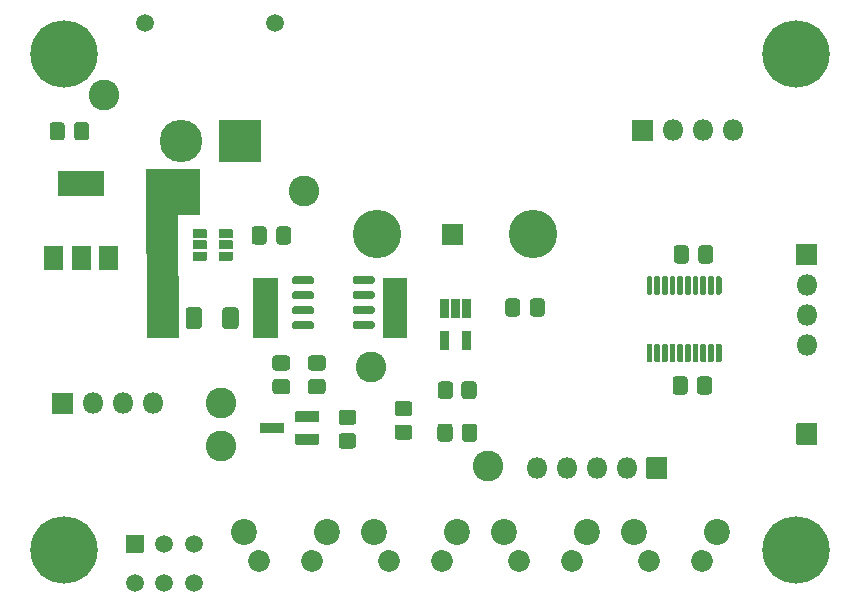
<source format=gts>
G04 #@! TF.GenerationSoftware,KiCad,Pcbnew,5.1.10*
G04 #@! TF.CreationDate,2021-08-08T14:06:15+01:00*
G04 #@! TF.ProjectId,JBC controller,4a424320-636f-46e7-9472-6f6c6c65722e,rev?*
G04 #@! TF.SameCoordinates,Original*
G04 #@! TF.FileFunction,Soldermask,Top*
G04 #@! TF.FilePolarity,Negative*
%FSLAX46Y46*%
G04 Gerber Fmt 4.6, Leading zero omitted, Abs format (unit mm)*
G04 Created by KiCad (PCBNEW 5.1.10) date 2021-08-08 14:06:15*
%MOMM*%
%LPD*%
G01*
G04 APERTURE LIST*
%ADD10C,0.100000*%
%ADD11C,2.600000*%
%ADD12C,1.500000*%
%ADD13O,1.800000X1.800000*%
%ADD14C,5.700000*%
%ADD15C,2.200000*%
%ADD16C,1.850000*%
%ADD17C,4.100000*%
%ADD18C,3.600000*%
G04 APERTURE END LIST*
D10*
G36*
X116000000Y-102000000D02*
G01*
X114000000Y-102000000D01*
X114000000Y-97000000D01*
X116000000Y-97000000D01*
X116000000Y-102000000D01*
G37*
X116000000Y-102000000D02*
X114000000Y-102000000D01*
X114000000Y-97000000D01*
X116000000Y-97000000D01*
X116000000Y-102000000D01*
G36*
X105000000Y-102000000D02*
G01*
X103000000Y-102000000D01*
X103000000Y-97000000D01*
X105000000Y-97000000D01*
X105000000Y-102000000D01*
G37*
X105000000Y-102000000D02*
X103000000Y-102000000D01*
X103000000Y-97000000D01*
X105000000Y-97000000D01*
X105000000Y-102000000D01*
G36*
X98400000Y-91600000D02*
G01*
X96588380Y-91600040D01*
X96625000Y-102000000D01*
X94000000Y-102000000D01*
X93950000Y-87800000D01*
X98400000Y-87800000D01*
X98400000Y-91600000D01*
G37*
X98400000Y-91600000D02*
X96588380Y-91600040D01*
X96625000Y-102000000D01*
X94000000Y-102000000D01*
X93950000Y-87800000D01*
X98400000Y-87800000D01*
X98400000Y-91600000D01*
D11*
X122900000Y-112900000D03*
X107300000Y-89600000D03*
X113000000Y-104500000D03*
X100300000Y-111200000D03*
X90400000Y-81500000D03*
X100300000Y-107600000D03*
D12*
X98000000Y-122800000D03*
X95500000Y-122800000D03*
X93000000Y-122800000D03*
X98000000Y-119500000D03*
X95500000Y-119500000D03*
G36*
G01*
X92250000Y-120200000D02*
X92250000Y-118800000D01*
G75*
G02*
X92300000Y-118750000I50000J0D01*
G01*
X93700000Y-118750000D01*
G75*
G02*
X93750000Y-118800000I0J-50000D01*
G01*
X93750000Y-120200000D01*
G75*
G02*
X93700000Y-120250000I-50000J0D01*
G01*
X92300000Y-120250000D01*
G75*
G02*
X92250000Y-120200000I0J50000D01*
G01*
G37*
G36*
G01*
X107920832Y-103550000D02*
X108879168Y-103550000D01*
G75*
G02*
X109150000Y-103820832I0J-270832D01*
G01*
X109150000Y-104579168D01*
G75*
G02*
X108879168Y-104850000I-270832J0D01*
G01*
X107920832Y-104850000D01*
G75*
G02*
X107650000Y-104579168I0J270832D01*
G01*
X107650000Y-103820832D01*
G75*
G02*
X107920832Y-103550000I270832J0D01*
G01*
G37*
G36*
G01*
X107920832Y-105550000D02*
X108879168Y-105550000D01*
G75*
G02*
X109150000Y-105820832I0J-270832D01*
G01*
X109150000Y-106579168D01*
G75*
G02*
X108879168Y-106850000I-270832J0D01*
G01*
X107920832Y-106850000D01*
G75*
G02*
X107650000Y-106579168I0J270832D01*
G01*
X107650000Y-105820832D01*
G75*
G02*
X107920832Y-105550000I270832J0D01*
G01*
G37*
G36*
G01*
X87750000Y-108500000D02*
X86050000Y-108500000D01*
G75*
G02*
X86000000Y-108450000I0J50000D01*
G01*
X86000000Y-106750000D01*
G75*
G02*
X86050000Y-106700000I50000J0D01*
G01*
X87750000Y-106700000D01*
G75*
G02*
X87800000Y-106750000I0J-50000D01*
G01*
X87800000Y-108450000D01*
G75*
G02*
X87750000Y-108500000I-50000J0D01*
G01*
G37*
D13*
X89440000Y-107600000D03*
X91980000Y-107600000D03*
X94520000Y-107600000D03*
D14*
X87000000Y-78000000D03*
X149000000Y-78000000D03*
X149000000Y-120000000D03*
X87000000Y-120000000D03*
G36*
G01*
X136700000Y-104150000D02*
X136450000Y-104150000D01*
G75*
G02*
X136325000Y-104025000I0J125000D01*
G01*
X136325000Y-102700000D01*
G75*
G02*
X136450000Y-102575000I125000J0D01*
G01*
X136700000Y-102575000D01*
G75*
G02*
X136825000Y-102700000I0J-125000D01*
G01*
X136825000Y-104025000D01*
G75*
G02*
X136700000Y-104150000I-125000J0D01*
G01*
G37*
G36*
G01*
X137350000Y-104150000D02*
X137100000Y-104150000D01*
G75*
G02*
X136975000Y-104025000I0J125000D01*
G01*
X136975000Y-102700000D01*
G75*
G02*
X137100000Y-102575000I125000J0D01*
G01*
X137350000Y-102575000D01*
G75*
G02*
X137475000Y-102700000I0J-125000D01*
G01*
X137475000Y-104025000D01*
G75*
G02*
X137350000Y-104150000I-125000J0D01*
G01*
G37*
G36*
G01*
X138000000Y-104150000D02*
X137750000Y-104150000D01*
G75*
G02*
X137625000Y-104025000I0J125000D01*
G01*
X137625000Y-102700000D01*
G75*
G02*
X137750000Y-102575000I125000J0D01*
G01*
X138000000Y-102575000D01*
G75*
G02*
X138125000Y-102700000I0J-125000D01*
G01*
X138125000Y-104025000D01*
G75*
G02*
X138000000Y-104150000I-125000J0D01*
G01*
G37*
G36*
G01*
X138650000Y-104150000D02*
X138400000Y-104150000D01*
G75*
G02*
X138275000Y-104025000I0J125000D01*
G01*
X138275000Y-102700000D01*
G75*
G02*
X138400000Y-102575000I125000J0D01*
G01*
X138650000Y-102575000D01*
G75*
G02*
X138775000Y-102700000I0J-125000D01*
G01*
X138775000Y-104025000D01*
G75*
G02*
X138650000Y-104150000I-125000J0D01*
G01*
G37*
G36*
G01*
X139300000Y-104150000D02*
X139050000Y-104150000D01*
G75*
G02*
X138925000Y-104025000I0J125000D01*
G01*
X138925000Y-102700000D01*
G75*
G02*
X139050000Y-102575000I125000J0D01*
G01*
X139300000Y-102575000D01*
G75*
G02*
X139425000Y-102700000I0J-125000D01*
G01*
X139425000Y-104025000D01*
G75*
G02*
X139300000Y-104150000I-125000J0D01*
G01*
G37*
G36*
G01*
X139950000Y-104150000D02*
X139700000Y-104150000D01*
G75*
G02*
X139575000Y-104025000I0J125000D01*
G01*
X139575000Y-102700000D01*
G75*
G02*
X139700000Y-102575000I125000J0D01*
G01*
X139950000Y-102575000D01*
G75*
G02*
X140075000Y-102700000I0J-125000D01*
G01*
X140075000Y-104025000D01*
G75*
G02*
X139950000Y-104150000I-125000J0D01*
G01*
G37*
G36*
G01*
X140600000Y-104150000D02*
X140350000Y-104150000D01*
G75*
G02*
X140225000Y-104025000I0J125000D01*
G01*
X140225000Y-102700000D01*
G75*
G02*
X140350000Y-102575000I125000J0D01*
G01*
X140600000Y-102575000D01*
G75*
G02*
X140725000Y-102700000I0J-125000D01*
G01*
X140725000Y-104025000D01*
G75*
G02*
X140600000Y-104150000I-125000J0D01*
G01*
G37*
G36*
G01*
X141250000Y-104150000D02*
X141000000Y-104150000D01*
G75*
G02*
X140875000Y-104025000I0J125000D01*
G01*
X140875000Y-102700000D01*
G75*
G02*
X141000000Y-102575000I125000J0D01*
G01*
X141250000Y-102575000D01*
G75*
G02*
X141375000Y-102700000I0J-125000D01*
G01*
X141375000Y-104025000D01*
G75*
G02*
X141250000Y-104150000I-125000J0D01*
G01*
G37*
G36*
G01*
X141900000Y-104150000D02*
X141650000Y-104150000D01*
G75*
G02*
X141525000Y-104025000I0J125000D01*
G01*
X141525000Y-102700000D01*
G75*
G02*
X141650000Y-102575000I125000J0D01*
G01*
X141900000Y-102575000D01*
G75*
G02*
X142025000Y-102700000I0J-125000D01*
G01*
X142025000Y-104025000D01*
G75*
G02*
X141900000Y-104150000I-125000J0D01*
G01*
G37*
G36*
G01*
X142550000Y-104150000D02*
X142300000Y-104150000D01*
G75*
G02*
X142175000Y-104025000I0J125000D01*
G01*
X142175000Y-102700000D01*
G75*
G02*
X142300000Y-102575000I125000J0D01*
G01*
X142550000Y-102575000D01*
G75*
G02*
X142675000Y-102700000I0J-125000D01*
G01*
X142675000Y-104025000D01*
G75*
G02*
X142550000Y-104150000I-125000J0D01*
G01*
G37*
G36*
G01*
X142550000Y-98425000D02*
X142300000Y-98425000D01*
G75*
G02*
X142175000Y-98300000I0J125000D01*
G01*
X142175000Y-96975000D01*
G75*
G02*
X142300000Y-96850000I125000J0D01*
G01*
X142550000Y-96850000D01*
G75*
G02*
X142675000Y-96975000I0J-125000D01*
G01*
X142675000Y-98300000D01*
G75*
G02*
X142550000Y-98425000I-125000J0D01*
G01*
G37*
G36*
G01*
X141900000Y-98425000D02*
X141650000Y-98425000D01*
G75*
G02*
X141525000Y-98300000I0J125000D01*
G01*
X141525000Y-96975000D01*
G75*
G02*
X141650000Y-96850000I125000J0D01*
G01*
X141900000Y-96850000D01*
G75*
G02*
X142025000Y-96975000I0J-125000D01*
G01*
X142025000Y-98300000D01*
G75*
G02*
X141900000Y-98425000I-125000J0D01*
G01*
G37*
G36*
G01*
X141250000Y-98425000D02*
X141000000Y-98425000D01*
G75*
G02*
X140875000Y-98300000I0J125000D01*
G01*
X140875000Y-96975000D01*
G75*
G02*
X141000000Y-96850000I125000J0D01*
G01*
X141250000Y-96850000D01*
G75*
G02*
X141375000Y-96975000I0J-125000D01*
G01*
X141375000Y-98300000D01*
G75*
G02*
X141250000Y-98425000I-125000J0D01*
G01*
G37*
G36*
G01*
X140600000Y-98425000D02*
X140350000Y-98425000D01*
G75*
G02*
X140225000Y-98300000I0J125000D01*
G01*
X140225000Y-96975000D01*
G75*
G02*
X140350000Y-96850000I125000J0D01*
G01*
X140600000Y-96850000D01*
G75*
G02*
X140725000Y-96975000I0J-125000D01*
G01*
X140725000Y-98300000D01*
G75*
G02*
X140600000Y-98425000I-125000J0D01*
G01*
G37*
G36*
G01*
X139950000Y-98425000D02*
X139700000Y-98425000D01*
G75*
G02*
X139575000Y-98300000I0J125000D01*
G01*
X139575000Y-96975000D01*
G75*
G02*
X139700000Y-96850000I125000J0D01*
G01*
X139950000Y-96850000D01*
G75*
G02*
X140075000Y-96975000I0J-125000D01*
G01*
X140075000Y-98300000D01*
G75*
G02*
X139950000Y-98425000I-125000J0D01*
G01*
G37*
G36*
G01*
X139300000Y-98425000D02*
X139050000Y-98425000D01*
G75*
G02*
X138925000Y-98300000I0J125000D01*
G01*
X138925000Y-96975000D01*
G75*
G02*
X139050000Y-96850000I125000J0D01*
G01*
X139300000Y-96850000D01*
G75*
G02*
X139425000Y-96975000I0J-125000D01*
G01*
X139425000Y-98300000D01*
G75*
G02*
X139300000Y-98425000I-125000J0D01*
G01*
G37*
G36*
G01*
X138650000Y-98425000D02*
X138400000Y-98425000D01*
G75*
G02*
X138275000Y-98300000I0J125000D01*
G01*
X138275000Y-96975000D01*
G75*
G02*
X138400000Y-96850000I125000J0D01*
G01*
X138650000Y-96850000D01*
G75*
G02*
X138775000Y-96975000I0J-125000D01*
G01*
X138775000Y-98300000D01*
G75*
G02*
X138650000Y-98425000I-125000J0D01*
G01*
G37*
G36*
G01*
X138000000Y-98425000D02*
X137750000Y-98425000D01*
G75*
G02*
X137625000Y-98300000I0J125000D01*
G01*
X137625000Y-96975000D01*
G75*
G02*
X137750000Y-96850000I125000J0D01*
G01*
X138000000Y-96850000D01*
G75*
G02*
X138125000Y-96975000I0J-125000D01*
G01*
X138125000Y-98300000D01*
G75*
G02*
X138000000Y-98425000I-125000J0D01*
G01*
G37*
G36*
G01*
X137350000Y-98425000D02*
X137100000Y-98425000D01*
G75*
G02*
X136975000Y-98300000I0J125000D01*
G01*
X136975000Y-96975000D01*
G75*
G02*
X137100000Y-96850000I125000J0D01*
G01*
X137350000Y-96850000D01*
G75*
G02*
X137475000Y-96975000I0J-125000D01*
G01*
X137475000Y-98300000D01*
G75*
G02*
X137350000Y-98425000I-125000J0D01*
G01*
G37*
G36*
G01*
X136700000Y-98425000D02*
X136450000Y-98425000D01*
G75*
G02*
X136325000Y-98300000I0J125000D01*
G01*
X136325000Y-96975000D01*
G75*
G02*
X136450000Y-96850000I125000J0D01*
G01*
X136700000Y-96850000D01*
G75*
G02*
X136825000Y-96975000I0J-125000D01*
G01*
X136825000Y-98300000D01*
G75*
G02*
X136700000Y-98425000I-125000J0D01*
G01*
G37*
D15*
X120250000Y-118510000D03*
D16*
X119000000Y-121000000D03*
X114500000Y-121000000D03*
D15*
X113240000Y-118510000D03*
G36*
G01*
X111450000Y-97370000D02*
X111450000Y-97020000D01*
G75*
G02*
X111625000Y-96845000I175000J0D01*
G01*
X113125000Y-96845000D01*
G75*
G02*
X113300000Y-97020000I0J-175000D01*
G01*
X113300000Y-97370000D01*
G75*
G02*
X113125000Y-97545000I-175000J0D01*
G01*
X111625000Y-97545000D01*
G75*
G02*
X111450000Y-97370000I0J175000D01*
G01*
G37*
G36*
G01*
X111450000Y-98640000D02*
X111450000Y-98290000D01*
G75*
G02*
X111625000Y-98115000I175000J0D01*
G01*
X113125000Y-98115000D01*
G75*
G02*
X113300000Y-98290000I0J-175000D01*
G01*
X113300000Y-98640000D01*
G75*
G02*
X113125000Y-98815000I-175000J0D01*
G01*
X111625000Y-98815000D01*
G75*
G02*
X111450000Y-98640000I0J175000D01*
G01*
G37*
G36*
G01*
X111450000Y-99910000D02*
X111450000Y-99560000D01*
G75*
G02*
X111625000Y-99385000I175000J0D01*
G01*
X113125000Y-99385000D01*
G75*
G02*
X113300000Y-99560000I0J-175000D01*
G01*
X113300000Y-99910000D01*
G75*
G02*
X113125000Y-100085000I-175000J0D01*
G01*
X111625000Y-100085000D01*
G75*
G02*
X111450000Y-99910000I0J175000D01*
G01*
G37*
G36*
G01*
X111450000Y-101180000D02*
X111450000Y-100830000D01*
G75*
G02*
X111625000Y-100655000I175000J0D01*
G01*
X113125000Y-100655000D01*
G75*
G02*
X113300000Y-100830000I0J-175000D01*
G01*
X113300000Y-101180000D01*
G75*
G02*
X113125000Y-101355000I-175000J0D01*
G01*
X111625000Y-101355000D01*
G75*
G02*
X111450000Y-101180000I0J175000D01*
G01*
G37*
G36*
G01*
X106300000Y-101180000D02*
X106300000Y-100830000D01*
G75*
G02*
X106475000Y-100655000I175000J0D01*
G01*
X107975000Y-100655000D01*
G75*
G02*
X108150000Y-100830000I0J-175000D01*
G01*
X108150000Y-101180000D01*
G75*
G02*
X107975000Y-101355000I-175000J0D01*
G01*
X106475000Y-101355000D01*
G75*
G02*
X106300000Y-101180000I0J175000D01*
G01*
G37*
G36*
G01*
X106300000Y-99910000D02*
X106300000Y-99560000D01*
G75*
G02*
X106475000Y-99385000I175000J0D01*
G01*
X107975000Y-99385000D01*
G75*
G02*
X108150000Y-99560000I0J-175000D01*
G01*
X108150000Y-99910000D01*
G75*
G02*
X107975000Y-100085000I-175000J0D01*
G01*
X106475000Y-100085000D01*
G75*
G02*
X106300000Y-99910000I0J175000D01*
G01*
G37*
G36*
G01*
X106300000Y-98640000D02*
X106300000Y-98290000D01*
G75*
G02*
X106475000Y-98115000I175000J0D01*
G01*
X107975000Y-98115000D01*
G75*
G02*
X108150000Y-98290000I0J-175000D01*
G01*
X108150000Y-98640000D01*
G75*
G02*
X107975000Y-98815000I-175000J0D01*
G01*
X106475000Y-98815000D01*
G75*
G02*
X106300000Y-98640000I0J175000D01*
G01*
G37*
G36*
G01*
X106300000Y-97370000D02*
X106300000Y-97020000D01*
G75*
G02*
X106475000Y-96845000I175000J0D01*
G01*
X107975000Y-96845000D01*
G75*
G02*
X108150000Y-97020000I0J-175000D01*
G01*
X108150000Y-97370000D01*
G75*
G02*
X107975000Y-97545000I-175000J0D01*
G01*
X106475000Y-97545000D01*
G75*
G02*
X106300000Y-97370000I0J175000D01*
G01*
G37*
X142250000Y-118510000D03*
D16*
X141000000Y-121000000D03*
X136500000Y-121000000D03*
D15*
X135240000Y-118510000D03*
X131250000Y-118510000D03*
D16*
X130000000Y-121000000D03*
X125500000Y-121000000D03*
D15*
X124240000Y-118510000D03*
X109250000Y-118510000D03*
D16*
X108000000Y-121000000D03*
X103500000Y-121000000D03*
D15*
X102240000Y-118510000D03*
G36*
G01*
X89137500Y-84076276D02*
X89137500Y-85083724D01*
G75*
G02*
X88866224Y-85355000I-271276J0D01*
G01*
X88133776Y-85355000D01*
G75*
G02*
X87862500Y-85083724I0J271276D01*
G01*
X87862500Y-84076276D01*
G75*
G02*
X88133776Y-83805000I271276J0D01*
G01*
X88866224Y-83805000D01*
G75*
G02*
X89137500Y-84076276I0J-271276D01*
G01*
G37*
G36*
G01*
X87062500Y-84076276D02*
X87062500Y-85083724D01*
G75*
G02*
X86791224Y-85355000I-271276J0D01*
G01*
X86058776Y-85355000D01*
G75*
G02*
X85787500Y-85083724I0J271276D01*
G01*
X85787500Y-84076276D01*
G75*
G02*
X86058776Y-83805000I271276J0D01*
G01*
X86791224Y-83805000D01*
G75*
G02*
X87062500Y-84076276I0J-271276D01*
G01*
G37*
G36*
G01*
X140600000Y-106603724D02*
X140600000Y-105596276D01*
G75*
G02*
X140871276Y-105325000I271276J0D01*
G01*
X141603724Y-105325000D01*
G75*
G02*
X141875000Y-105596276I0J-271276D01*
G01*
X141875000Y-106603724D01*
G75*
G02*
X141603724Y-106875000I-271276J0D01*
G01*
X140871276Y-106875000D01*
G75*
G02*
X140600000Y-106603724I0J271276D01*
G01*
G37*
G36*
G01*
X138525000Y-106603724D02*
X138525000Y-105596276D01*
G75*
G02*
X138796276Y-105325000I271276J0D01*
G01*
X139528724Y-105325000D01*
G75*
G02*
X139800000Y-105596276I0J-271276D01*
G01*
X139800000Y-106603724D01*
G75*
G02*
X139528724Y-106875000I-271276J0D01*
G01*
X138796276Y-106875000D01*
G75*
G02*
X138525000Y-106603724I0J271276D01*
G01*
G37*
G36*
G01*
X139900000Y-94496276D02*
X139900000Y-95503724D01*
G75*
G02*
X139628724Y-95775000I-271276J0D01*
G01*
X138896276Y-95775000D01*
G75*
G02*
X138625000Y-95503724I0J271276D01*
G01*
X138625000Y-94496276D01*
G75*
G02*
X138896276Y-94225000I271276J0D01*
G01*
X139628724Y-94225000D01*
G75*
G02*
X139900000Y-94496276I0J-271276D01*
G01*
G37*
G36*
G01*
X141975000Y-94496276D02*
X141975000Y-95503724D01*
G75*
G02*
X141703724Y-95775000I-271276J0D01*
G01*
X140971276Y-95775000D01*
G75*
G02*
X140700000Y-95503724I0J271276D01*
G01*
X140700000Y-94496276D01*
G75*
G02*
X140971276Y-94225000I271276J0D01*
G01*
X141703724Y-94225000D01*
G75*
G02*
X141975000Y-94496276I0J-271276D01*
G01*
G37*
G36*
G01*
X104162500Y-92896276D02*
X104162500Y-93903724D01*
G75*
G02*
X103891224Y-94175000I-271276J0D01*
G01*
X103158776Y-94175000D01*
G75*
G02*
X102887500Y-93903724I0J271276D01*
G01*
X102887500Y-92896276D01*
G75*
G02*
X103158776Y-92625000I271276J0D01*
G01*
X103891224Y-92625000D01*
G75*
G02*
X104162500Y-92896276I0J-271276D01*
G01*
G37*
G36*
G01*
X106237500Y-92896276D02*
X106237500Y-93903724D01*
G75*
G02*
X105966224Y-94175000I-271276J0D01*
G01*
X105233776Y-94175000D01*
G75*
G02*
X104962500Y-93903724I0J271276D01*
G01*
X104962500Y-92896276D01*
G75*
G02*
X105233776Y-92625000I271276J0D01*
G01*
X105966224Y-92625000D01*
G75*
G02*
X106237500Y-92896276I0J-271276D01*
G01*
G37*
G36*
G01*
X121975000Y-109596276D02*
X121975000Y-110603724D01*
G75*
G02*
X121703724Y-110875000I-271276J0D01*
G01*
X120971276Y-110875000D01*
G75*
G02*
X120700000Y-110603724I0J271276D01*
G01*
X120700000Y-109596276D01*
G75*
G02*
X120971276Y-109325000I271276J0D01*
G01*
X121703724Y-109325000D01*
G75*
G02*
X121975000Y-109596276I0J-271276D01*
G01*
G37*
G36*
G01*
X119900000Y-109596276D02*
X119900000Y-110603724D01*
G75*
G02*
X119628724Y-110875000I-271276J0D01*
G01*
X118896276Y-110875000D01*
G75*
G02*
X118625000Y-110603724I0J271276D01*
G01*
X118625000Y-109596276D01*
G75*
G02*
X118896276Y-109325000I271276J0D01*
G01*
X119628724Y-109325000D01*
G75*
G02*
X119900000Y-109596276I0J-271276D01*
G01*
G37*
G36*
G01*
X127712500Y-98996276D02*
X127712500Y-100003724D01*
G75*
G02*
X127441224Y-100275000I-271276J0D01*
G01*
X126708776Y-100275000D01*
G75*
G02*
X126437500Y-100003724I0J271276D01*
G01*
X126437500Y-98996276D01*
G75*
G02*
X126708776Y-98725000I271276J0D01*
G01*
X127441224Y-98725000D01*
G75*
G02*
X127712500Y-98996276I0J-271276D01*
G01*
G37*
G36*
G01*
X125637500Y-98996276D02*
X125637500Y-100003724D01*
G75*
G02*
X125366224Y-100275000I-271276J0D01*
G01*
X124633776Y-100275000D01*
G75*
G02*
X124362500Y-100003724I0J271276D01*
G01*
X124362500Y-98996276D01*
G75*
G02*
X124633776Y-98725000I271276J0D01*
G01*
X125366224Y-98725000D01*
G75*
G02*
X125637500Y-98996276I0J-271276D01*
G01*
G37*
G36*
G01*
X136850000Y-85400000D02*
X135150000Y-85400000D01*
G75*
G02*
X135100000Y-85350000I0J50000D01*
G01*
X135100000Y-83650000D01*
G75*
G02*
X135150000Y-83600000I50000J0D01*
G01*
X136850000Y-83600000D01*
G75*
G02*
X136900000Y-83650000I0J-50000D01*
G01*
X136900000Y-85350000D01*
G75*
G02*
X136850000Y-85400000I-50000J0D01*
G01*
G37*
D13*
X138540000Y-84500000D03*
X141080000Y-84500000D03*
X143620000Y-84500000D03*
X149900000Y-102640000D03*
X149900000Y-100100000D03*
X149900000Y-97560000D03*
G36*
G01*
X149000000Y-95870000D02*
X149000000Y-94170000D01*
G75*
G02*
X149050000Y-94120000I50000J0D01*
G01*
X150750000Y-94120000D01*
G75*
G02*
X150800000Y-94170000I0J-50000D01*
G01*
X150800000Y-95870000D01*
G75*
G02*
X150750000Y-95920000I-50000J0D01*
G01*
X149050000Y-95920000D01*
G75*
G02*
X149000000Y-95870000I0J50000D01*
G01*
G37*
G36*
G01*
X111479168Y-109450000D02*
X110520832Y-109450000D01*
G75*
G02*
X110250000Y-109179168I0J270832D01*
G01*
X110250000Y-108420832D01*
G75*
G02*
X110520832Y-108150000I270832J0D01*
G01*
X111479168Y-108150000D01*
G75*
G02*
X111750000Y-108420832I0J-270832D01*
G01*
X111750000Y-109179168D01*
G75*
G02*
X111479168Y-109450000I-270832J0D01*
G01*
G37*
G36*
G01*
X111479168Y-111450000D02*
X110520832Y-111450000D01*
G75*
G02*
X110250000Y-111179168I0J270832D01*
G01*
X110250000Y-110420832D01*
G75*
G02*
X110520832Y-110150000I270832J0D01*
G01*
X111479168Y-110150000D01*
G75*
G02*
X111750000Y-110420832I0J-270832D01*
G01*
X111750000Y-111179168D01*
G75*
G02*
X111479168Y-111450000I-270832J0D01*
G01*
G37*
G36*
G01*
X105879168Y-104850000D02*
X104920832Y-104850000D01*
G75*
G02*
X104650000Y-104579168I0J270832D01*
G01*
X104650000Y-103820832D01*
G75*
G02*
X104920832Y-103550000I270832J0D01*
G01*
X105879168Y-103550000D01*
G75*
G02*
X106150000Y-103820832I0J-270832D01*
G01*
X106150000Y-104579168D01*
G75*
G02*
X105879168Y-104850000I-270832J0D01*
G01*
G37*
G36*
G01*
X105879168Y-106850000D02*
X104920832Y-106850000D01*
G75*
G02*
X104650000Y-106579168I0J270832D01*
G01*
X104650000Y-105820832D01*
G75*
G02*
X104920832Y-105550000I270832J0D01*
G01*
X105879168Y-105550000D01*
G75*
G02*
X106150000Y-105820832I0J-270832D01*
G01*
X106150000Y-106579168D01*
G75*
G02*
X105879168Y-106850000I-270832J0D01*
G01*
G37*
G36*
G01*
X115260832Y-109410000D02*
X116219168Y-109410000D01*
G75*
G02*
X116490000Y-109680832I0J-270832D01*
G01*
X116490000Y-110439168D01*
G75*
G02*
X116219168Y-110710000I-270832J0D01*
G01*
X115260832Y-110710000D01*
G75*
G02*
X114990000Y-110439168I0J270832D01*
G01*
X114990000Y-109680832D01*
G75*
G02*
X115260832Y-109410000I270832J0D01*
G01*
G37*
G36*
G01*
X115260832Y-107410000D02*
X116219168Y-107410000D01*
G75*
G02*
X116490000Y-107680832I0J-270832D01*
G01*
X116490000Y-108439168D01*
G75*
G02*
X116219168Y-108710000I-270832J0D01*
G01*
X115260832Y-108710000D01*
G75*
G02*
X114990000Y-108439168I0J270832D01*
G01*
X114990000Y-107680832D01*
G75*
G02*
X115260832Y-107410000I270832J0D01*
G01*
G37*
G36*
G01*
X121950000Y-106020832D02*
X121950000Y-106979168D01*
G75*
G02*
X121679168Y-107250000I-270832J0D01*
G01*
X120920832Y-107250000D01*
G75*
G02*
X120650000Y-106979168I0J270832D01*
G01*
X120650000Y-106020832D01*
G75*
G02*
X120920832Y-105750000I270832J0D01*
G01*
X121679168Y-105750000D01*
G75*
G02*
X121950000Y-106020832I0J-270832D01*
G01*
G37*
G36*
G01*
X119950000Y-106020832D02*
X119950000Y-106979168D01*
G75*
G02*
X119679168Y-107250000I-270832J0D01*
G01*
X118920832Y-107250000D01*
G75*
G02*
X118650000Y-106979168I0J270832D01*
G01*
X118650000Y-106020832D01*
G75*
G02*
X118920832Y-105750000I270832J0D01*
G01*
X119679168Y-105750000D01*
G75*
G02*
X119950000Y-106020832I0J-270832D01*
G01*
G37*
D17*
X126700000Y-93300000D03*
X113500000Y-93300000D03*
G36*
G01*
X90350000Y-90060000D02*
X86550000Y-90060000D01*
G75*
G02*
X86500000Y-90010000I0J50000D01*
G01*
X86500000Y-88010000D01*
G75*
G02*
X86550000Y-87960000I50000J0D01*
G01*
X90350000Y-87960000D01*
G75*
G02*
X90400000Y-88010000I0J-50000D01*
G01*
X90400000Y-90010000D01*
G75*
G02*
X90350000Y-90060000I-50000J0D01*
G01*
G37*
G36*
G01*
X89200000Y-96360000D02*
X87700000Y-96360000D01*
G75*
G02*
X87650000Y-96310000I0J50000D01*
G01*
X87650000Y-94310000D01*
G75*
G02*
X87700000Y-94260000I50000J0D01*
G01*
X89200000Y-94260000D01*
G75*
G02*
X89250000Y-94310000I0J-50000D01*
G01*
X89250000Y-96310000D01*
G75*
G02*
X89200000Y-96360000I-50000J0D01*
G01*
G37*
G36*
G01*
X91500000Y-96360000D02*
X90000000Y-96360000D01*
G75*
G02*
X89950000Y-96310000I0J50000D01*
G01*
X89950000Y-94310000D01*
G75*
G02*
X90000000Y-94260000I50000J0D01*
G01*
X91500000Y-94260000D01*
G75*
G02*
X91550000Y-94310000I0J-50000D01*
G01*
X91550000Y-96310000D01*
G75*
G02*
X91500000Y-96360000I-50000J0D01*
G01*
G37*
G36*
G01*
X86900000Y-96360000D02*
X85400000Y-96360000D01*
G75*
G02*
X85350000Y-96310000I0J50000D01*
G01*
X85350000Y-94310000D01*
G75*
G02*
X85400000Y-94260000I50000J0D01*
G01*
X86900000Y-94260000D01*
G75*
G02*
X86950000Y-94310000I0J-50000D01*
G01*
X86950000Y-96310000D01*
G75*
G02*
X86900000Y-96360000I-50000J0D01*
G01*
G37*
G36*
G01*
X97920000Y-93575000D02*
X97920000Y-92925000D01*
G75*
G02*
X97970000Y-92875000I50000J0D01*
G01*
X99030000Y-92875000D01*
G75*
G02*
X99080000Y-92925000I0J-50000D01*
G01*
X99080000Y-93575000D01*
G75*
G02*
X99030000Y-93625000I-50000J0D01*
G01*
X97970000Y-93625000D01*
G75*
G02*
X97920000Y-93575000I0J50000D01*
G01*
G37*
G36*
G01*
X97920000Y-94525000D02*
X97920000Y-93875000D01*
G75*
G02*
X97970000Y-93825000I50000J0D01*
G01*
X99030000Y-93825000D01*
G75*
G02*
X99080000Y-93875000I0J-50000D01*
G01*
X99080000Y-94525000D01*
G75*
G02*
X99030000Y-94575000I-50000J0D01*
G01*
X97970000Y-94575000D01*
G75*
G02*
X97920000Y-94525000I0J50000D01*
G01*
G37*
G36*
G01*
X97920000Y-95475000D02*
X97920000Y-94825000D01*
G75*
G02*
X97970000Y-94775000I50000J0D01*
G01*
X99030000Y-94775000D01*
G75*
G02*
X99080000Y-94825000I0J-50000D01*
G01*
X99080000Y-95475000D01*
G75*
G02*
X99030000Y-95525000I-50000J0D01*
G01*
X97970000Y-95525000D01*
G75*
G02*
X97920000Y-95475000I0J50000D01*
G01*
G37*
G36*
G01*
X100120000Y-95475000D02*
X100120000Y-94825000D01*
G75*
G02*
X100170000Y-94775000I50000J0D01*
G01*
X101230000Y-94775000D01*
G75*
G02*
X101280000Y-94825000I0J-50000D01*
G01*
X101280000Y-95475000D01*
G75*
G02*
X101230000Y-95525000I-50000J0D01*
G01*
X100170000Y-95525000D01*
G75*
G02*
X100120000Y-95475000I0J50000D01*
G01*
G37*
G36*
G01*
X100120000Y-93575000D02*
X100120000Y-92925000D01*
G75*
G02*
X100170000Y-92875000I50000J0D01*
G01*
X101230000Y-92875000D01*
G75*
G02*
X101280000Y-92925000I0J-50000D01*
G01*
X101280000Y-93575000D01*
G75*
G02*
X101230000Y-93625000I-50000J0D01*
G01*
X100170000Y-93625000D01*
G75*
G02*
X100120000Y-93575000I0J50000D01*
G01*
G37*
G36*
G01*
X100120000Y-94525000D02*
X100120000Y-93875000D01*
G75*
G02*
X100170000Y-93825000I50000J0D01*
G01*
X101230000Y-93825000D01*
G75*
G02*
X101280000Y-93875000I0J-50000D01*
G01*
X101280000Y-94525000D01*
G75*
G02*
X101230000Y-94575000I-50000J0D01*
G01*
X100170000Y-94575000D01*
G75*
G02*
X100120000Y-94525000I0J50000D01*
G01*
G37*
G36*
G01*
X120775000Y-98770000D02*
X121425000Y-98770000D01*
G75*
G02*
X121475000Y-98820000I0J-50000D01*
G01*
X121475000Y-100380000D01*
G75*
G02*
X121425000Y-100430000I-50000J0D01*
G01*
X120775000Y-100430000D01*
G75*
G02*
X120725000Y-100380000I0J50000D01*
G01*
X120725000Y-98820000D01*
G75*
G02*
X120775000Y-98770000I50000J0D01*
G01*
G37*
G36*
G01*
X119825000Y-98770000D02*
X120475000Y-98770000D01*
G75*
G02*
X120525000Y-98820000I0J-50000D01*
G01*
X120525000Y-100380000D01*
G75*
G02*
X120475000Y-100430000I-50000J0D01*
G01*
X119825000Y-100430000D01*
G75*
G02*
X119775000Y-100380000I0J50000D01*
G01*
X119775000Y-98820000D01*
G75*
G02*
X119825000Y-98770000I50000J0D01*
G01*
G37*
G36*
G01*
X118875000Y-98770000D02*
X119525000Y-98770000D01*
G75*
G02*
X119575000Y-98820000I0J-50000D01*
G01*
X119575000Y-100380000D01*
G75*
G02*
X119525000Y-100430000I-50000J0D01*
G01*
X118875000Y-100430000D01*
G75*
G02*
X118825000Y-100380000I0J50000D01*
G01*
X118825000Y-98820000D01*
G75*
G02*
X118875000Y-98770000I50000J0D01*
G01*
G37*
G36*
G01*
X118875000Y-101470000D02*
X119525000Y-101470000D01*
G75*
G02*
X119575000Y-101520000I0J-50000D01*
G01*
X119575000Y-103080000D01*
G75*
G02*
X119525000Y-103130000I-50000J0D01*
G01*
X118875000Y-103130000D01*
G75*
G02*
X118825000Y-103080000I0J50000D01*
G01*
X118825000Y-101520000D01*
G75*
G02*
X118875000Y-101470000I50000J0D01*
G01*
G37*
G36*
G01*
X120775000Y-101470000D02*
X121425000Y-101470000D01*
G75*
G02*
X121475000Y-101520000I0J-50000D01*
G01*
X121475000Y-103080000D01*
G75*
G02*
X121425000Y-103130000I-50000J0D01*
G01*
X120775000Y-103130000D01*
G75*
G02*
X120725000Y-103080000I0J50000D01*
G01*
X120725000Y-101520000D01*
G75*
G02*
X120775000Y-101470000I50000J0D01*
G01*
G37*
G36*
G01*
X97300000Y-101055770D02*
X97300000Y-99744230D01*
G75*
G02*
X97569230Y-99475000I269230J0D01*
G01*
X98430770Y-99475000D01*
G75*
G02*
X98700000Y-99744230I0J-269230D01*
G01*
X98700000Y-101055770D01*
G75*
G02*
X98430770Y-101325000I-269230J0D01*
G01*
X97569230Y-101325000D01*
G75*
G02*
X97300000Y-101055770I0J269230D01*
G01*
G37*
G36*
G01*
X100400000Y-101055770D02*
X100400000Y-99744230D01*
G75*
G02*
X100669230Y-99475000I269230J0D01*
G01*
X101530770Y-99475000D01*
G75*
G02*
X101800000Y-99744230I0J-269230D01*
G01*
X101800000Y-101055770D01*
G75*
G02*
X101530770Y-101325000I-269230J0D01*
G01*
X100669230Y-101325000D01*
G75*
G02*
X100400000Y-101055770I0J269230D01*
G01*
G37*
D12*
X104890000Y-75400000D03*
X93890000Y-75400000D03*
G36*
G01*
X100090000Y-87150000D02*
X100090000Y-83650000D01*
G75*
G02*
X100140000Y-83600000I50000J0D01*
G01*
X103640000Y-83600000D01*
G75*
G02*
X103690000Y-83650000I0J-50000D01*
G01*
X103690000Y-87150000D01*
G75*
G02*
X103640000Y-87200000I-50000J0D01*
G01*
X100140000Y-87200000D01*
G75*
G02*
X100090000Y-87150000I0J50000D01*
G01*
G37*
D18*
X96890000Y-85400000D03*
G36*
G01*
X119000000Y-94150000D02*
X119000000Y-92450000D01*
G75*
G02*
X119050000Y-92400000I50000J0D01*
G01*
X120750000Y-92400000D01*
G75*
G02*
X120800000Y-92450000I0J-50000D01*
G01*
X120800000Y-94150000D01*
G75*
G02*
X120750000Y-94200000I-50000J0D01*
G01*
X119050000Y-94200000D01*
G75*
G02*
X119000000Y-94150000I0J50000D01*
G01*
G37*
G36*
G01*
X136350000Y-112200000D02*
X138050000Y-112200000D01*
G75*
G02*
X138100000Y-112250000I0J-50000D01*
G01*
X138100000Y-113950000D01*
G75*
G02*
X138050000Y-114000000I-50000J0D01*
G01*
X136350000Y-114000000D01*
G75*
G02*
X136300000Y-113950000I0J50000D01*
G01*
X136300000Y-112250000D01*
G75*
G02*
X136350000Y-112200000I50000J0D01*
G01*
G37*
D13*
X134660000Y-113100000D03*
X132120000Y-113100000D03*
X129580000Y-113100000D03*
X127040000Y-113100000D03*
G36*
G01*
X149000000Y-111050000D02*
X149000000Y-109350000D01*
G75*
G02*
X149050000Y-109300000I50000J0D01*
G01*
X150750000Y-109300000D01*
G75*
G02*
X150800000Y-109350000I0J-50000D01*
G01*
X150800000Y-111050000D01*
G75*
G02*
X150750000Y-111100000I-50000J0D01*
G01*
X149050000Y-111100000D01*
G75*
G02*
X149000000Y-111050000I0J50000D01*
G01*
G37*
G36*
G01*
X108600000Y-110250000D02*
X108600000Y-111050000D01*
G75*
G02*
X108550000Y-111100000I-50000J0D01*
G01*
X106650000Y-111100000D01*
G75*
G02*
X106600000Y-111050000I0J50000D01*
G01*
X106600000Y-110250000D01*
G75*
G02*
X106650000Y-110200000I50000J0D01*
G01*
X108550000Y-110200000D01*
G75*
G02*
X108600000Y-110250000I0J-50000D01*
G01*
G37*
G36*
G01*
X108600000Y-108350000D02*
X108600000Y-109150000D01*
G75*
G02*
X108550000Y-109200000I-50000J0D01*
G01*
X106650000Y-109200000D01*
G75*
G02*
X106600000Y-109150000I0J50000D01*
G01*
X106600000Y-108350000D01*
G75*
G02*
X106650000Y-108300000I50000J0D01*
G01*
X108550000Y-108300000D01*
G75*
G02*
X108600000Y-108350000I0J-50000D01*
G01*
G37*
G36*
G01*
X105600000Y-109300000D02*
X105600000Y-110100000D01*
G75*
G02*
X105550000Y-110150000I-50000J0D01*
G01*
X103650000Y-110150000D01*
G75*
G02*
X103600000Y-110100000I0J50000D01*
G01*
X103600000Y-109300000D01*
G75*
G02*
X103650000Y-109250000I50000J0D01*
G01*
X105550000Y-109250000D01*
G75*
G02*
X105600000Y-109300000I0J-50000D01*
G01*
G37*
M02*

</source>
